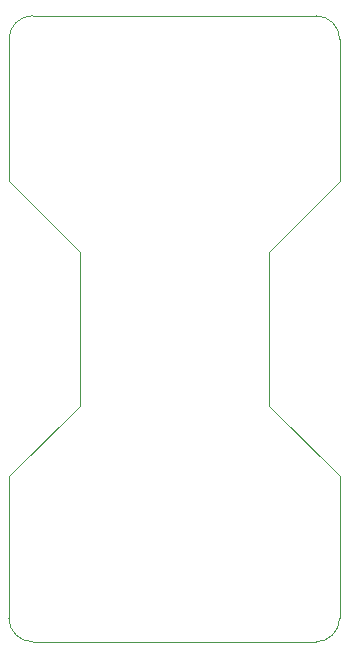
<source format=gbr>
G04 #@! TF.FileFunction,Profile,NP*
%FSLAX46Y46*%
G04 Gerber Fmt 4.6, Leading zero omitted, Abs format (unit mm)*
G04 Created by KiCad (PCBNEW (2015-05-13 BZR 5653)-product) date Sunday, September 27, 2015 'PMt' 08:24:50 PM*
%MOMM*%
G01*
G04 APERTURE LIST*
%ADD10C,0.100000*%
G04 APERTURE END LIST*
D10*
X118000000Y-109000000D02*
X124000000Y-103000000D01*
X118000000Y-121000000D02*
X118000000Y-109000000D01*
X146000000Y-109000000D02*
X146000000Y-121000000D01*
X140000000Y-103000000D02*
X146000000Y-109000000D01*
X140000000Y-90000000D02*
X140000000Y-103000000D01*
X146000000Y-84000000D02*
X140000000Y-90000000D01*
X146000000Y-72000000D02*
X146000000Y-84000000D01*
X124000000Y-90000000D02*
X124000000Y-103000000D01*
X118000000Y-84000000D02*
X124000000Y-90000000D01*
X118000000Y-72000000D02*
X118000000Y-84000000D01*
X120000000Y-70000000D02*
X144000000Y-70000000D01*
X120000000Y-123000000D02*
X144000000Y-123000000D01*
X144000000Y-123000000D02*
G75*
G03X146000000Y-121000000I0J2000000D01*
G01*
X118000000Y-121000000D02*
G75*
G03X120000000Y-123000000I2000000J0D01*
G01*
X146000000Y-72000000D02*
G75*
G03X144000000Y-70000000I-2000000J0D01*
G01*
X120000000Y-70000000D02*
G75*
G03X118000000Y-72000000I0J-2000000D01*
G01*
M02*

</source>
